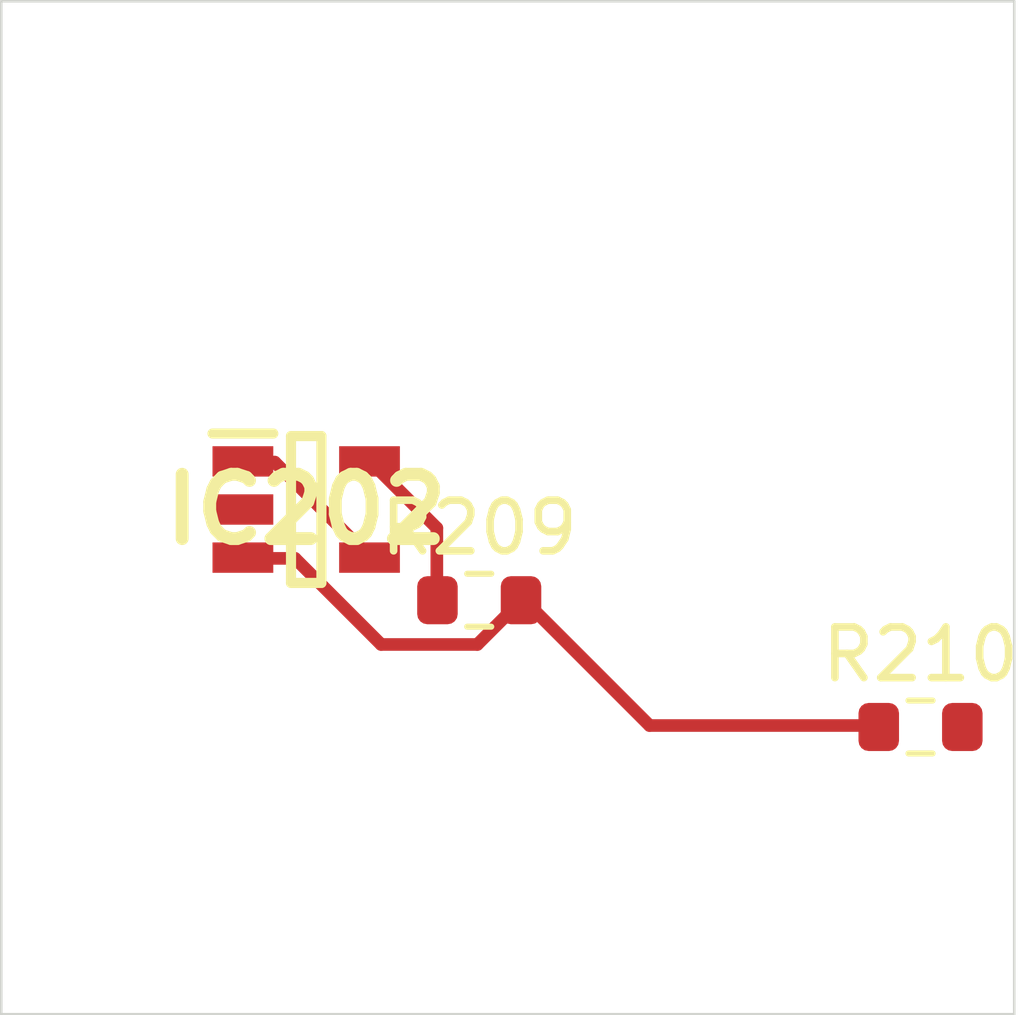
<source format=kicad_pcb>
 ( kicad_pcb  ( version 20171130 )
 ( host pcbnew 5.1.12-84ad8e8a86~92~ubuntu18.04.1 )
 ( general  ( thickness 1.6 )
 ( drawings 4 )
 ( tracks 0 )
 ( zones 0 )
 ( modules 3 )
 ( nets 5 )
)
 ( page A4 )
 ( layers  ( 0 F.Cu signal )
 ( 31 B.Cu signal )
 ( 32 B.Adhes user )
 ( 33 F.Adhes user )
 ( 34 B.Paste user )
 ( 35 F.Paste user )
 ( 36 B.SilkS user )
 ( 37 F.SilkS user )
 ( 38 B.Mask user )
 ( 39 F.Mask user )
 ( 40 Dwgs.User user )
 ( 41 Cmts.User user )
 ( 42 Eco1.User user )
 ( 43 Eco2.User user )
 ( 44 Edge.Cuts user )
 ( 45 Margin user )
 ( 46 B.CrtYd user )
 ( 47 F.CrtYd user )
 ( 48 B.Fab user )
 ( 49 F.Fab user )
)
 ( setup  ( last_trace_width 0.25 )
 ( trace_clearance 0.2 )
 ( zone_clearance 0.508 )
 ( zone_45_only no )
 ( trace_min 0.2 )
 ( via_size 0.8 )
 ( via_drill 0.4 )
 ( via_min_size 0.4 )
 ( via_min_drill 0.3 )
 ( uvia_size 0.3 )
 ( uvia_drill 0.1 )
 ( uvias_allowed no )
 ( uvia_min_size 0.2 )
 ( uvia_min_drill 0.1 )
 ( edge_width 0.05 )
 ( segment_width 0.2 )
 ( pcb_text_width 0.3 )
 ( pcb_text_size 1.5 1.5 )
 ( mod_edge_width 0.12 )
 ( mod_text_size 1 1 )
 ( mod_text_width 0.15 )
 ( pad_size 1.524 1.524 )
 ( pad_drill 0.762 )
 ( pad_to_mask_clearance 0 )
 ( aux_axis_origin 0 0 )
 ( visible_elements FFFFFF7F )
 ( pcbplotparams  ( layerselection 0x010fc_ffffffff )
 ( usegerberextensions false )
 ( usegerberattributes true )
 ( usegerberadvancedattributes true )
 ( creategerberjobfile true )
 ( excludeedgelayer true )
 ( linewidth 0.100000 )
 ( plotframeref false )
 ( viasonmask false )
 ( mode 1 )
 ( useauxorigin false )
 ( hpglpennumber 1 )
 ( hpglpenspeed 20 )
 ( hpglpendiameter 15.000000 )
 ( psnegative false )
 ( psa4output false )
 ( plotreference true )
 ( plotvalue true )
 ( plotinvisibletext false )
 ( padsonsilk false )
 ( subtractmaskfromsilk false )
 ( outputformat 1 )
 ( mirror false )
 ( drillshape 1 )
 ( scaleselection 1 )
 ( outputdirectory "" )
)
)
 ( net 0 "" )
 ( net 1 GND )
 ( net 2 VDDA )
 ( net 3 /Sheet6235D886/vp )
 ( net 4 "Net-(IC202-Pad3)" )
 ( net_class Default "This is the default net class."  ( clearance 0.2 )
 ( trace_width 0.25 )
 ( via_dia 0.8 )
 ( via_drill 0.4 )
 ( uvia_dia 0.3 )
 ( uvia_drill 0.1 )
 ( add_net /Sheet6235D886/vp )
 ( add_net GND )
 ( add_net "Net-(IC202-Pad3)" )
 ( add_net VDDA )
)
 ( module SOT95P280X145-5N locked  ( layer F.Cu )
 ( tedit 62336ED7 )
 ( tstamp 623423ED )
 ( at 86.020900 110.035000 )
 ( descr DBV0005A )
 ( tags "Integrated Circuit" )
 ( path /6235D887/6266C08E )
 ( attr smd )
 ( fp_text reference IC202  ( at 0 0 )
 ( layer F.SilkS )
 ( effects  ( font  ( size 1.27 1.27 )
 ( thickness 0.254 )
)
)
)
 ( fp_text value TL071HIDBVR  ( at 0 0 )
 ( layer F.SilkS )
hide  ( effects  ( font  ( size 1.27 1.27 )
 ( thickness 0.254 )
)
)
)
 ( fp_line  ( start -1.85 -1.5 )
 ( end -0.65 -1.5 )
 ( layer F.SilkS )
 ( width 0.2 )
)
 ( fp_line  ( start -0.3 1.45 )
 ( end -0.3 -1.45 )
 ( layer F.SilkS )
 ( width 0.2 )
)
 ( fp_line  ( start 0.3 1.45 )
 ( end -0.3 1.45 )
 ( layer F.SilkS )
 ( width 0.2 )
)
 ( fp_line  ( start 0.3 -1.45 )
 ( end 0.3 1.45 )
 ( layer F.SilkS )
 ( width 0.2 )
)
 ( fp_line  ( start -0.3 -1.45 )
 ( end 0.3 -1.45 )
 ( layer F.SilkS )
 ( width 0.2 )
)
 ( fp_line  ( start -0.8 -0.5 )
 ( end 0.15 -1.45 )
 ( layer Dwgs.User )
 ( width 0.1 )
)
 ( fp_line  ( start -0.8 1.45 )
 ( end -0.8 -1.45 )
 ( layer Dwgs.User )
 ( width 0.1 )
)
 ( fp_line  ( start 0.8 1.45 )
 ( end -0.8 1.45 )
 ( layer Dwgs.User )
 ( width 0.1 )
)
 ( fp_line  ( start 0.8 -1.45 )
 ( end 0.8 1.45 )
 ( layer Dwgs.User )
 ( width 0.1 )
)
 ( fp_line  ( start -0.8 -1.45 )
 ( end 0.8 -1.45 )
 ( layer Dwgs.User )
 ( width 0.1 )
)
 ( fp_line  ( start -2.1 1.775 )
 ( end -2.1 -1.775 )
 ( layer Dwgs.User )
 ( width 0.05 )
)
 ( fp_line  ( start 2.1 1.775 )
 ( end -2.1 1.775 )
 ( layer Dwgs.User )
 ( width 0.05 )
)
 ( fp_line  ( start 2.1 -1.775 )
 ( end 2.1 1.775 )
 ( layer Dwgs.User )
 ( width 0.05 )
)
 ( fp_line  ( start -2.1 -1.775 )
 ( end 2.1 -1.775 )
 ( layer Dwgs.User )
 ( width 0.05 )
)
 ( pad 1 smd rect  ( at -1.25 -0.95 90.000000 )
 ( size 0.6 1.2 )
 ( layers F.Cu F.Mask F.Paste )
 ( net 3 /Sheet6235D886/vp )
)
 ( pad 2 smd rect  ( at -1.25 0 90.000000 )
 ( size 0.6 1.2 )
 ( layers F.Cu F.Mask F.Paste )
 ( net 1 GND )
)
 ( pad 3 smd rect  ( at -1.25 0.95 90.000000 )
 ( size 0.6 1.2 )
 ( layers F.Cu F.Mask F.Paste )
 ( net 4 "Net-(IC202-Pad3)" )
)
 ( pad 4 smd rect  ( at 1.25 0.95 90.000000 )
 ( size 0.6 1.2 )
 ( layers F.Cu F.Mask F.Paste )
 ( net 3 /Sheet6235D886/vp )
)
 ( pad 5 smd rect  ( at 1.25 -0.95 90.000000 )
 ( size 0.6 1.2 )
 ( layers F.Cu F.Mask F.Paste )
 ( net 2 VDDA )
)
)
 ( module Resistor_SMD:R_0603_1608Metric  ( layer F.Cu )
 ( tedit 5F68FEEE )
 ( tstamp 62342595 )
 ( at 89.437200 111.826000 )
 ( descr "Resistor SMD 0603 (1608 Metric), square (rectangular) end terminal, IPC_7351 nominal, (Body size source: IPC-SM-782 page 72, https://www.pcb-3d.com/wordpress/wp-content/uploads/ipc-sm-782a_amendment_1_and_2.pdf), generated with kicad-footprint-generator" )
 ( tags resistor )
 ( path /6235D887/623CDBD9 )
 ( attr smd )
 ( fp_text reference R209  ( at 0 -1.43 )
 ( layer F.SilkS )
 ( effects  ( font  ( size 1 1 )
 ( thickness 0.15 )
)
)
)
 ( fp_text value 100k  ( at 0 1.43 )
 ( layer F.Fab )
 ( effects  ( font  ( size 1 1 )
 ( thickness 0.15 )
)
)
)
 ( fp_line  ( start -0.8 0.4125 )
 ( end -0.8 -0.4125 )
 ( layer F.Fab )
 ( width 0.1 )
)
 ( fp_line  ( start -0.8 -0.4125 )
 ( end 0.8 -0.4125 )
 ( layer F.Fab )
 ( width 0.1 )
)
 ( fp_line  ( start 0.8 -0.4125 )
 ( end 0.8 0.4125 )
 ( layer F.Fab )
 ( width 0.1 )
)
 ( fp_line  ( start 0.8 0.4125 )
 ( end -0.8 0.4125 )
 ( layer F.Fab )
 ( width 0.1 )
)
 ( fp_line  ( start -0.237258 -0.5225 )
 ( end 0.237258 -0.5225 )
 ( layer F.SilkS )
 ( width 0.12 )
)
 ( fp_line  ( start -0.237258 0.5225 )
 ( end 0.237258 0.5225 )
 ( layer F.SilkS )
 ( width 0.12 )
)
 ( fp_line  ( start -1.48 0.73 )
 ( end -1.48 -0.73 )
 ( layer F.CrtYd )
 ( width 0.05 )
)
 ( fp_line  ( start -1.48 -0.73 )
 ( end 1.48 -0.73 )
 ( layer F.CrtYd )
 ( width 0.05 )
)
 ( fp_line  ( start 1.48 -0.73 )
 ( end 1.48 0.73 )
 ( layer F.CrtYd )
 ( width 0.05 )
)
 ( fp_line  ( start 1.48 0.73 )
 ( end -1.48 0.73 )
 ( layer F.CrtYd )
 ( width 0.05 )
)
 ( fp_text user %R  ( at 0 0 )
 ( layer F.Fab )
 ( effects  ( font  ( size 0.4 0.4 )
 ( thickness 0.06 )
)
)
)
 ( pad 1 smd roundrect  ( at -0.825 0 )
 ( size 0.8 0.95 )
 ( layers F.Cu F.Mask F.Paste )
 ( roundrect_rratio 0.25 )
 ( net 2 VDDA )
)
 ( pad 2 smd roundrect  ( at 0.825 0 )
 ( size 0.8 0.95 )
 ( layers F.Cu F.Mask F.Paste )
 ( roundrect_rratio 0.25 )
 ( net 4 "Net-(IC202-Pad3)" )
)
 ( model ${KISYS3DMOD}/Resistor_SMD.3dshapes/R_0603_1608Metric.wrl  ( at  ( xyz 0 0 0 )
)
 ( scale  ( xyz 1 1 1 )
)
 ( rotate  ( xyz 0 0 0 )
)
)
)
 ( module Resistor_SMD:R_0603_1608Metric  ( layer F.Cu )
 ( tedit 5F68FEEE )
 ( tstamp 623425A6 )
 ( at 98.150600 114.329000 )
 ( descr "Resistor SMD 0603 (1608 Metric), square (rectangular) end terminal, IPC_7351 nominal, (Body size source: IPC-SM-782 page 72, https://www.pcb-3d.com/wordpress/wp-content/uploads/ipc-sm-782a_amendment_1_and_2.pdf), generated with kicad-footprint-generator" )
 ( tags resistor )
 ( path /6235D887/623CDBDF )
 ( attr smd )
 ( fp_text reference R210  ( at 0 -1.43 )
 ( layer F.SilkS )
 ( effects  ( font  ( size 1 1 )
 ( thickness 0.15 )
)
)
)
 ( fp_text value 100k  ( at 0 1.43 )
 ( layer F.Fab )
 ( effects  ( font  ( size 1 1 )
 ( thickness 0.15 )
)
)
)
 ( fp_line  ( start 1.48 0.73 )
 ( end -1.48 0.73 )
 ( layer F.CrtYd )
 ( width 0.05 )
)
 ( fp_line  ( start 1.48 -0.73 )
 ( end 1.48 0.73 )
 ( layer F.CrtYd )
 ( width 0.05 )
)
 ( fp_line  ( start -1.48 -0.73 )
 ( end 1.48 -0.73 )
 ( layer F.CrtYd )
 ( width 0.05 )
)
 ( fp_line  ( start -1.48 0.73 )
 ( end -1.48 -0.73 )
 ( layer F.CrtYd )
 ( width 0.05 )
)
 ( fp_line  ( start -0.237258 0.5225 )
 ( end 0.237258 0.5225 )
 ( layer F.SilkS )
 ( width 0.12 )
)
 ( fp_line  ( start -0.237258 -0.5225 )
 ( end 0.237258 -0.5225 )
 ( layer F.SilkS )
 ( width 0.12 )
)
 ( fp_line  ( start 0.8 0.4125 )
 ( end -0.8 0.4125 )
 ( layer F.Fab )
 ( width 0.1 )
)
 ( fp_line  ( start 0.8 -0.4125 )
 ( end 0.8 0.4125 )
 ( layer F.Fab )
 ( width 0.1 )
)
 ( fp_line  ( start -0.8 -0.4125 )
 ( end 0.8 -0.4125 )
 ( layer F.Fab )
 ( width 0.1 )
)
 ( fp_line  ( start -0.8 0.4125 )
 ( end -0.8 -0.4125 )
 ( layer F.Fab )
 ( width 0.1 )
)
 ( fp_text user %R  ( at 0 0 )
 ( layer F.Fab )
 ( effects  ( font  ( size 0.4 0.4 )
 ( thickness 0.06 )
)
)
)
 ( pad 2 smd roundrect  ( at 0.825 0 )
 ( size 0.8 0.95 )
 ( layers F.Cu F.Mask F.Paste )
 ( roundrect_rratio 0.25 )
 ( net 1 GND )
)
 ( pad 1 smd roundrect  ( at -0.825 0 )
 ( size 0.8 0.95 )
 ( layers F.Cu F.Mask F.Paste )
 ( roundrect_rratio 0.25 )
 ( net 4 "Net-(IC202-Pad3)" )
)
 ( model ${KISYS3DMOD}/Resistor_SMD.3dshapes/R_0603_1608Metric.wrl  ( at  ( xyz 0 0 0 )
)
 ( scale  ( xyz 1 1 1 )
)
 ( rotate  ( xyz 0 0 0 )
)
)
)
 ( gr_line  ( start 100 100 )
 ( end 100 120 )
 ( layer Edge.Cuts )
 ( width 0.05 )
 ( tstamp 62E770C4 )
)
 ( gr_line  ( start 80 120 )
 ( end 100 120 )
 ( layer Edge.Cuts )
 ( width 0.05 )
 ( tstamp 62E770C0 )
)
 ( gr_line  ( start 80 100 )
 ( end 100 100 )
 ( layer Edge.Cuts )
 ( width 0.05 )
 ( tstamp 6234110C )
)
 ( gr_line  ( start 80 100 )
 ( end 80 120 )
 ( layer Edge.Cuts )
 ( width 0.05 )
)
 ( segment  ( start 88.600001 111.800002 )
 ( end 88.600001 110.400002 )
 ( width 0.250000 )
 ( layer F.Cu )
 ( net 2 )
)
 ( segment  ( start 88.600001 110.400002 )
 ( end 87.300001 109.100002 )
 ( width 0.250000 )
 ( layer F.Cu )
 ( net 2 )
)
 ( segment  ( start 87.300001 111.000002 )
 ( end 85.400001 109.100002 )
 ( width 0.250000 )
 ( layer F.Cu )
 ( net 3 )
)
 ( segment  ( start 85.400001 109.100002 )
 ( end 84.800001 109.100002 )
 ( width 0.250000 )
 ( layer F.Cu )
 ( net 3 )
)
 ( segment  ( start 90.300001 111.800002 )
 ( end 89.400001 112.700002 )
 ( width 0.250000 )
 ( layer F.Cu )
 ( net 4 )
)
 ( segment  ( start 89.400001 112.700002 )
 ( end 87.500001 112.700002 )
 ( width 0.250000 )
 ( layer F.Cu )
 ( net 4 )
)
 ( segment  ( start 87.500001 112.700002 )
 ( end 85.800001 111.000002 )
 ( width 0.250000 )
 ( layer F.Cu )
 ( net 4 )
)
 ( segment  ( start 85.800001 111.000002 )
 ( end 84.800001 111.000002 )
 ( width 0.250000 )
 ( layer F.Cu )
 ( net 4 )
)
 ( segment  ( start 97.300001 114.300002 )
 ( end 92.800001 114.300002 )
 ( width 0.250000 )
 ( layer F.Cu )
 ( net 4 )
)
 ( segment  ( start 92.800001 114.300002 )
 ( end 90.300001 111.800002 )
 ( width 0.250000 )
 ( layer F.Cu )
 ( net 4 )
)
)

</source>
